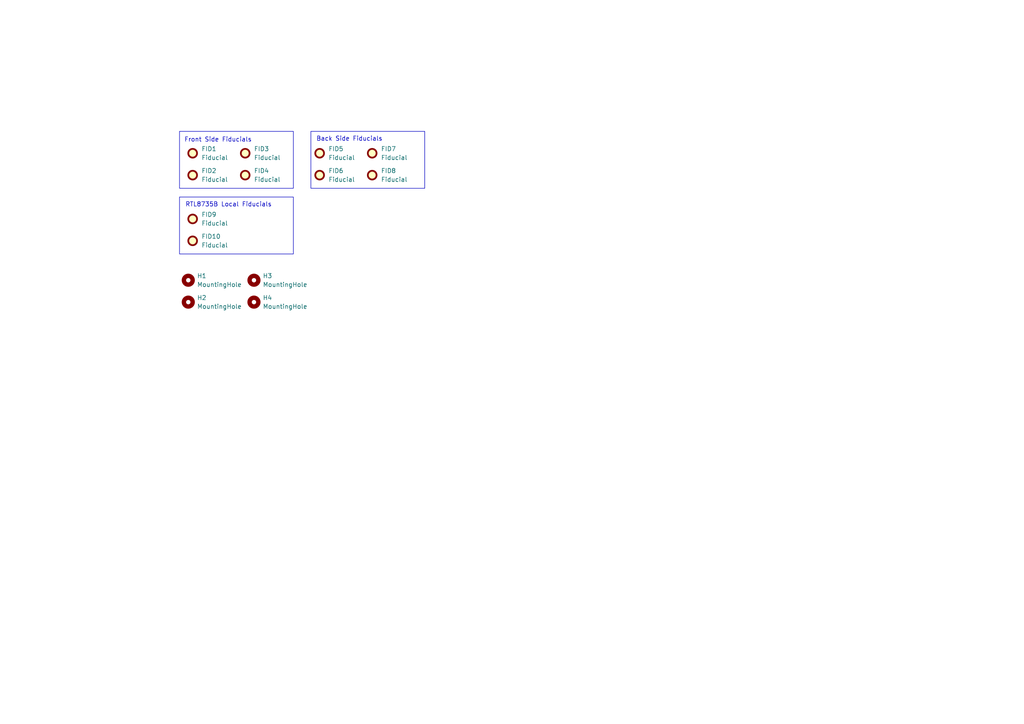
<source format=kicad_sch>
(kicad_sch (version 20250114) (generator "eeschema") (generator_version "9.0")
  (paper "A4")
  (lib_symbols
    (symbol "Mechanical:Fiducial" (in_bom no)
      (property "Reference" "FID" (at 0 5.08 0))
      (property "Value" "Fiducial" (at 0 3.175 0))
      (symbol "Fiducial_0_1"
        (circle (center 0 0) (radius 1.27) (stroke (width 0.508)) (fill (type background)))
      )
    )
    (symbol "Mechanical:MountingHole" (pin_names (offset 1.016)) (in_bom no)
      (property "Reference" "H" (at 0 5.08 0))
      (property "Value" "MountingHole" (at 0 3.175 0))
      (symbol "MountingHole_0_1"
        (circle (center 0 0) (radius 1.27) (stroke (width 1.27)))
      )
    )
  )
  (rectangle (start 52.07 38.1) (end 85.09 54.61))
  (rectangle (start 90.17 38.1) (end 123.19 54.61))
  (rectangle (start 52.07 57.15) (end 85.09 73.66))
  (text "Front Side Fiducials" (at 63.246 40.64 0) (effects (font (size 1.27 1.27))))
  (text "RTL8735B Local Fiducials" (at 66.294 59.436 0) (effects (font (size 1.27 1.27))))
  (text "Back Side Fiducials" (at 101.346 40.386 0) (effects (font (size 1.27 1.27))))
  (symbol (lib_id "Mechanical:MountingHole") (at 73.66 81.28 0) (unit 1) (in_bom no)
    (property "Reference" "H3" (at 76.2 80.0099 0) (effects (justify left)))
    (property "Value" "MountingHole" (at 76.2 82.5499 0) (effects (justify left)))
    (property "Footprint" "Alignment:MountingHole_1mm" (effects (hide yes)))
    (property "Description" "Mounting Hole without connection" (effects (hide yes)))
  )
  (symbol (lib_id "Mechanical:Fiducial") (at 55.88 69.85 0) (unit 1) (in_bom no)
    (property "Reference" "FID10" (at 58.42 68.5799 0) (effects (justify left)))
    (property "Value" "Fiducial" (at 58.42 71.1199 0) (effects (justify left)))
    (property "Footprint" "Fiducial:Fiducial_0.75mm_Mask1.5mm" (effects (hide yes)))
    (property "Description" "Fiducial Marker" (effects (hide yes)))
  )
  (symbol (lib_id "Mechanical:Fiducial") (at 92.71 44.45 0) (unit 1) (in_bom no)
    (property "Reference" "FID5" (at 95.25 43.1799 0) (effects (justify left)))
    (property "Value" "Fiducial" (at 95.25 45.7199 0) (effects (justify left)))
    (property "Footprint" "Fiducial:Fiducial_0.75mm_Mask1.5mm" (effects (hide yes)))
    (property "Description" "Fiducial Marker" (effects (hide yes)))
  )
  (symbol (lib_id "Mechanical:Fiducial") (at 107.95 50.8 0) (unit 1) (in_bom no)
    (property "Reference" "FID8" (at 110.49 49.5299 0) (effects (justify left)))
    (property "Value" "Fiducial" (at 110.49 52.0699 0) (effects (justify left)))
    (property "Footprint" "Fiducial:Fiducial_0.75mm_Mask1.5mm" (effects (hide yes)))
    (property "Description" "Fiducial Marker" (effects (hide yes)))
  )
  (symbol (lib_id "Mechanical:Fiducial") (at 55.88 44.45 0) (unit 1) (in_bom no)
    (property "Reference" "FID1" (at 58.42 43.1799 0) (effects (justify left)))
    (property "Value" "Fiducial" (at 58.42 45.7199 0) (effects (justify left)))
    (property "Footprint" "Fiducial:Fiducial_0.75mm_Mask1.5mm" (effects (hide yes)))
    (property "Description" "Fiducial Marker" (effects (hide yes)))
  )
  (symbol (lib_id "Mechanical:Fiducial") (at 71.12 44.45 0) (unit 1) (in_bom no)
    (property "Reference" "FID3" (at 73.66 43.1799 0) (effects (justify left)))
    (property "Value" "Fiducial" (at 73.66 45.7199 0) (effects (justify left)))
    (property "Footprint" "Fiducial:Fiducial_0.75mm_Mask1.5mm" (effects (hide yes)))
    (property "Description" "Fiducial Marker" (effects (hide yes)))
  )
  (symbol (lib_id "Mechanical:Fiducial") (at 92.71 50.8 0) (unit 1) (in_bom no)
    (property "Reference" "FID6" (at 95.25 49.5299 0) (effects (justify left)))
    (property "Value" "Fiducial" (at 95.25 52.0699 0) (effects (justify left)))
    (property "Footprint" "Fiducial:Fiducial_0.75mm_Mask1.5mm" (effects (hide yes)))
    (property "Description" "Fiducial Marker" (effects (hide yes)))
  )
  (symbol (lib_id "Mechanical:MountingHole") (at 54.61 81.28 0) (unit 1) (in_bom no)
    (property "Reference" "H1" (at 57.15 80.0099 0) (effects (justify left)))
    (property "Value" "MountingHole" (at 57.15 82.5499 0) (effects (justify left)))
    (property "Footprint" "Alignment:MountingHole_1mm" (effects (hide yes)))
    (property "Description" "Mounting Hole without connection" (effects (hide yes)))
  )
  (symbol (lib_id "Mechanical:Fiducial") (at 55.88 50.8 0) (unit 1) (in_bom no)
    (property "Reference" "FID2" (at 58.42 49.5299 0) (effects (justify left)))
    (property "Value" "Fiducial" (at 58.42 52.0699 0) (effects (justify left)))
    (property "Footprint" "Fiducial:Fiducial_0.75mm_Mask1.5mm" (effects (hide yes)))
    (property "Description" "Fiducial Marker" (effects (hide yes)))
  )
  (symbol (lib_id "Mechanical:Fiducial") (at 71.12 50.8 0) (unit 1) (in_bom no)
    (property "Reference" "FID4" (at 73.66 49.5299 0) (effects (justify left)))
    (property "Value" "Fiducial" (at 73.66 52.0699 0) (effects (justify left)))
    (property "Footprint" "Fiducial:Fiducial_0.75mm_Mask1.5mm" (effects (hide yes)))
    (property "Description" "Fiducial Marker" (effects (hide yes)))
  )
  (symbol (lib_id "Mechanical:Fiducial") (at 55.88 63.5 0) (unit 1) (in_bom no)
    (property "Reference" "FID9" (at 58.42 62.2299 0) (effects (justify left)))
    (property "Value" "Fiducial" (at 58.42 64.7699 0) (effects (justify left)))
    (property "Footprint" "Fiducial:Fiducial_0.75mm_Mask1.5mm" (effects (hide yes)))
    (property "Description" "Fiducial Marker" (effects (hide yes)))
  )
  (symbol (lib_id "Mechanical:MountingHole") (at 73.66 87.63 0) (unit 1) (in_bom no)
    (property "Reference" "H4" (at 76.2 86.3599 0) (effects (justify left)))
    (property "Value" "MountingHole" (at 76.2 88.8999 0) (effects (justify left)))
    (property "Footprint" "Alignment:MountingHole_1mm" (effects (hide yes)))
    (property "Description" "Mounting Hole without connection" (effects (hide yes)))
  )
  (symbol (lib_id "Mechanical:Fiducial") (at 107.95 44.45 0) (unit 1) (in_bom no)
    (property "Reference" "FID7" (at 110.49 43.1799 0) (effects (justify left)))
    (property "Value" "Fiducial" (at 110.49 45.7199 0) (effects (justify left)))
    (property "Footprint" "Fiducial:Fiducial_0.75mm_Mask1.5mm" (effects (hide yes)))
    (property "Description" "Fiducial Marker" (effects (hide yes)))
  )
  (symbol (lib_id "Mechanical:MountingHole") (at 54.61 87.63 0) (unit 1) (in_bom no)
    (property "Reference" "H2" (at 57.15 86.3599 0) (effects (justify left)))
    (property "Value" "MountingHole" (at 57.15 88.8999 0) (effects (justify left)))
    (property "Footprint" "Alignment:MountingHole_1mm" (effects (hide yes)))
    (property "Description" "Mounting Hole without connection" (effects (hide yes)))
  )
)
</source>
